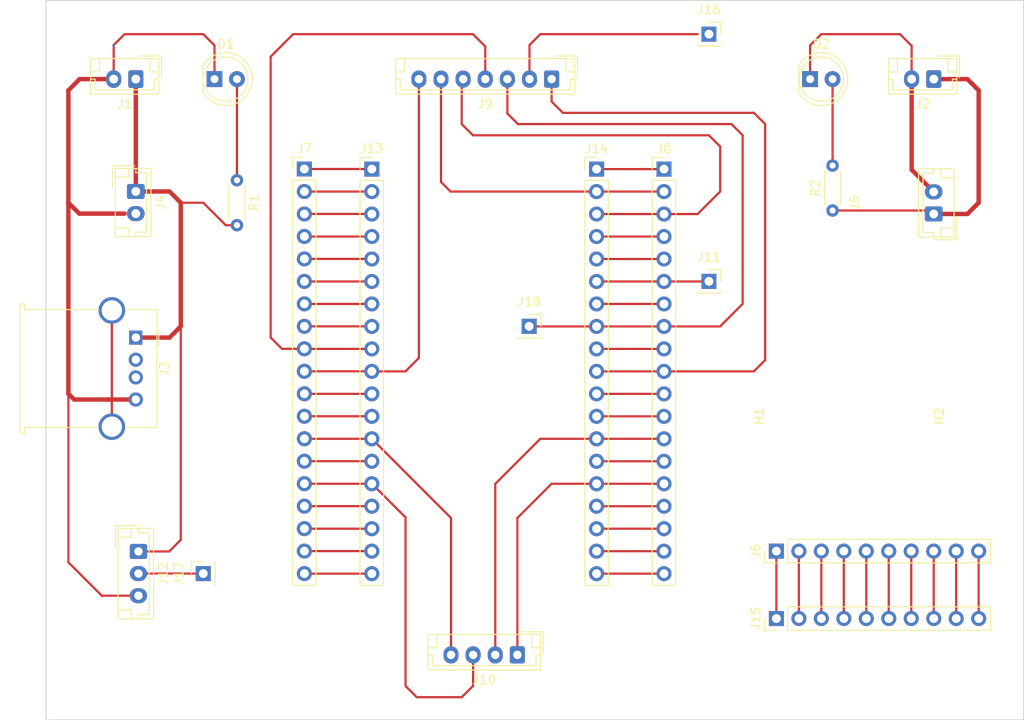
<source format=kicad_pcb>
(kicad_pcb (version 20211014) (generator pcbnew)
  (layers (0 "F.Cu" signal) (31 "B.Cu" signal) (34 "B.Paste" user) (35 "F.Paste" user) (36 "B.SilkS" user "B.Silkscreen") (37 "F.SilkS" user "F.Silkscreen") (38 "B.Mask" user) (39 "F.Mask" user) (44 "Edge.Cuts" user))
  (net 0 "")
  (net 1 "GND")
  (net 2 "Net-(D1-Pad2)")
  (net 3 "Net-(D2-Pad2)")
  (net 4 "+5V")
  (net 5 "+3V3")
  (net 6 "Net-(J15-Pad3)")
  (net 7 "Net-(J15-Pad4)")
  (net 10 "Net-(J15-Pad5)")
  (net 11 "Net-(J15-Pad6)")
  (net 12 "Net-(J15-Pad7)")
  (net 13 "Net-(J15-Pad8)")
  (net 14 "Net-(J15-Pad9)")
  (net 15 "Net-(J15-Pad10)")
  (net 16 "3V3")
  (net 17 "EN")
  (net 18 "GPIO36")
  (net 19 "GPIO39")
  (net 20 "GPIO34")
  (net 21 "GPIO35")
  (net 22 "GPIO32")
  (net 23 "GPIO33")
  (net 24 "GPIO25")
  (net 25 "GPIO26")
  (net 26 "GPIO27")
  (net 27 "GPIO14")
  (net 28 "GPIO12")
  (net 29 "GPIO13")
  (net 30 "GPIO9")
  (net 31 "GPIO10")
  (net 32 "GPIO11")
  (net 33 "5V")
  (net 34 "GPIO23")
  (net 35 "GPIO22")
  (net 36 "GPIO1")
  (net 37 "GPIO3")
  (net 38 "GPIO21")
  (net 39 "GPIO19")
  (net 40 "GPIO18")
  (net 41 "GPIO5")
  (net 42 "GPIO17")
  (net 43 "GPIO16")
  (net 44 "GPIO4")
  (net 45 "GPIO0")
  (net 46 "GPIO2")
  (net 47 "GPIO15")
  (net 48 "GPIO8")
  (net 49 "GPIO7")
  (net 50 "GPIO6")
  (net 51 "Net-(J15-Pad2)")
  (net 52 "Net-(J15-Pad1)")
  (net 53 "ESP GND")
  (footprint "Connector_PinHeader_2.54mm:PinHeader_1x19_P2.54mm_Vertical" (layer "F.Cu") (at 135.89 59.7)
    (fp_text reference "J13" (at 0 -2.33) (layer "F.SilkS"))
    (fp_text value "Conn_01x19_Female")
    (fp_line (start -1.33 -1.33) (end 0 -1.33) (layer "F.SilkS") (width 0.12))
    (fp_line (start 1.33 1.27) (end 1.33 47.05) (layer "F.SilkS") (width 0.12))
    (fp_line (start -1.33 47.05) (end 1.33 47.05) (layer "F.SilkS") (width 0.12))
    (fp_line (start -1.33 0) (end -1.33 -1.33) (layer "F.SilkS") (width 0.12))
    (fp_line (start -1.33 1.27) (end 1.33 1.27) (layer "F.SilkS") (width 0.12))
    (fp_line (start -1.33 1.27) (end -1.33 47.05) (layer "F.SilkS") (width 0.12))
    (pad "1" thru_hole rect (at 0 0) (size 1.7 1.7) (drill 1) (layers *.Cu *.Mask) (net 16 "3V3"))
    (pad "2" thru_hole oval (at 0 2.54) (size 1.7 1.7) (drill 1) (layers *.Cu *.Mask) (net 17 "EN"))
    (pad "3" thru_hole oval (at 0 5.08) (size 1.7 1.7) (drill 1) (layers *.Cu *.Mask) (net 18 "GPIO36"))
    (pad "4" thru_hole oval (at 0 7.62) (size 1.7 1.7) (drill 1) (layers *.Cu *.Mask) (net 19 "GPIO39"))
    (pad "5" thru_hole oval (at 0 10.16) (size 1.7 1.7) (drill 1) (layers *.Cu *.Mask) (net 20 "GPIO34"))
    (pad "6" thru_hole oval (at 0 12.7) (size 1.7 1.7) (drill 1) (layers *.Cu *.Mask) (net 21 "GPIO35"))
    (pad "7" thru_hole oval (at 0 15.24) (size 1.7 1.7) (drill 1) (layers *.Cu *.Mask) (net 22 "GPIO32"))
    (pad "8" thru_hole oval (at 0 17.78) (size 1.7 1.7) (drill 1) (layers *.Cu *.Mask) (net 23 "GPIO33"))
    (pad "9" thru_hole oval (at 0 20.32) (size 1.7 1.7) (drill 1) (layers *.Cu *.Mask) (net 24 "GPIO25"))
    (pad "10" thru_hole oval (at 0 22.86) (size 1.7 1.7) (drill 1) (layers *.Cu *.Mask) (net 25 "GPIO26"))
    (pad "11" thru_hole oval (at 0 25.4) (size 1.7 1.7) (drill 1) (layers *.Cu *.Mask) (net 26 "GPIO27"))
    (pad "12" thru_hole oval (at 0 27.94) (size 1.7 1.7) (drill 1) (layers *.Cu *.Mask) (net 27 "GPIO14"))
    (pad "13" thru_hole oval (at 0 30.48) (size 1.7 1.7) (drill 1) (layers *.Cu *.Mask) (net 28 "GPIO12"))
    (pad "14" thru_hole oval (at 0 33.02) (size 1.7 1.7) (drill 1) (layers *.Cu *.Mask) (net 53 "ESP GND"))
    (pad "15" thru_hole oval (at 0 35.56) (size 1.7 1.7) (drill 1) (layers *.Cu *.Mask) (net 29 "GPIO13"))
    (pad "16" thru_hole oval (at 0 38.1) (size 1.7 1.7) (drill 1) (layers *.Cu *.Mask) (net 30 "GPIO9"))
    (pad "17" thru_hole oval (at 0 40.64) (size 1.7 1.7) (drill 1) (layers *.Cu *.Mask) (net 31 "GPIO10"))
    (pad "18" thru_hole oval (at 0 43.18) (size 1.7 1.7) (drill 1) (layers *.Cu *.Mask) (net 32 "GPIO11"))
    (pad "19" thru_hole oval (at 0 45.72) (size 1.7 1.7) (drill 1) (layers *.Cu *.Mask) (net 33 "5V"))
  )
  (footprint "Connector_PinSocket_2.54mm:PinSocket_1x01_P2.54mm_Vertical" (layer "F.Cu") (at 173.99 44.45)
    (fp_text reference "J16" (at 0 -2.77) (layer "F.SilkS"))
    (fp_text value "Conn_01x01_Female")
    (fp_line (start 1.33 1.21) (end 1.33 1.33) (layer "F.SilkS") (width 0.12))
    (fp_line (start 1.33 -1.33) (end 1.33 0) (layer "F.SilkS") (width 0.12))
    (fp_line (start 0 -1.33) (end 1.33 -1.33) (layer "F.SilkS") (width 0.12))
    (fp_line (start -1.33 1.21) (end -1.33 1.33) (layer "F.SilkS") (width 0.12))
    (fp_line (start -1.33 1.33) (end 1.33 1.33) (layer "F.SilkS") (width 0.12))
    (pad "1" thru_hole rect (at 0 0) (size 1.7 1.7) (drill 1) (layers *.Cu *.Mask) (net 38 "GPIO21"))
  )
  (footprint "Connector_JST:JST_EH_B2B-EH-A_1x02_P2.50mm_Vertical" (layer "F.Cu") (at 109.22 62.23 -90)
    (fp_text reference "J4" (at 1.25 -2.8 90) (layer "F.SilkS"))
    (fp_text value "Conn_01x02")
    (fp_line (start -2.61 -1.71) (end -2.61 2.31) (layer "F.SilkS") (width 0.12))
    (fp_line (start 4.11 0.81) (end 4.11 2.31) (layer "F.SilkS") (width 0.12))
    (fp_line (start -2.61 0) (end -2.11 0) (layer "F.SilkS") (width 0.12))
    (fp_line (start -2.61 2.31) (end 5.11 2.31) (layer "F.SilkS") (width 0.12))
    (fp_line (start 4.61 -1.21) (end 4.61 0) (layer "F.SilkS") (width 0.12))
    (fp_line (start 5.11 0.81) (end 4.11 0.81) (layer "F.SilkS") (width 0.12))
    (fp_line (start -2.91 2.61) (end -0.41 2.61) (layer "F.SilkS") (width 0.12))
    (fp_line (start -2.11 0) (end -2.11 -1.21) (layer "F.SilkS") (width 0.12))
    (fp_line (start 4.61 0) (end 5.11 0) (layer "F.SilkS") (width 0.12))
    (fp_line (start -2.91 0.11) (end -2.91 2.61) (layer "F.SilkS") (width 0.12))
    (fp_line (start -2.11 -1.21) (end 4.61 -1.21) (layer "F.SilkS") (width 0.12))
    (fp_line (start -2.61 0.81) (end -1.61 0.81) (layer "F.SilkS") (width 0.12))
    (fp_line (start 5.11 2.31) (end 5.11 -1.71) (layer "F.SilkS") (width 0.12))
    (fp_line (start -1.61 0.81) (end -1.61 2.31) (layer "F.SilkS") (width 0.12))
    (fp_line (start 5.11 -1.71) (end -2.61 -1.71) (layer "F.SilkS") (width 0.12))
    (pad "1" thru_hole roundrect (at 0 0 270) (size 1.7 2) (drill 1) (layers *.Cu *.Mask) (roundrect_rratio 0.147059) (net 4 "+5V"))
    (pad "2" thru_hole oval (at 2.5 0 270) (size 1.7 2) (drill 1) (layers *.Cu *.Mask) (net 1 "GND"))
  )
  (footprint "Connector_PinHeader_2.54mm:PinHeader_1x10_P2.54mm_Vertical" (layer "F.Cu") (at 181.61 102.87 90)
    (fp_text reference "J6" (at 0 -2.33 90) (layer "F.SilkS"))
    (fp_text value "Conn_01x10_Female")
    (fp_line (start -1.33 1.27) (end -1.33 24.19) (layer "F.SilkS") (width 0.12))
    (fp_line (start 1.33 1.27) (end 1.33 24.19) (layer "F.SilkS") (width 0.12))
    (fp_line (start -1.33 24.19) (end 1.33 24.19) (layer "F.SilkS") (width 0.12))
    (fp_line (start -1.33 -1.33) (end 0 -1.33) (layer "F.SilkS") (width 0.12))
    (fp_line (start -1.33 0) (end -1.33 -1.33) (layer "F.SilkS") (width 0.12))
    (fp_line (start -1.33 1.27) (end 1.33 1.27) (layer "F.SilkS") (width 0.12))
    (pad "1" thru_hole rect (at 0 0 90) (size 1.7 1.7) (drill 1) (layers *.Cu *.Mask) (net 52 "Net-(J15-Pad1)"))
    (pad "2" thru_hole oval (at 0 2.54 90) (size 1.7 1.7) (drill 1) (layers *.Cu *.Mask) (net 51 "Net-(J15-Pad2)"))
    (pad "3" thru_hole oval (at 0 5.08 90) (size 1.7 1.7) (drill 1) (layers *.Cu *.Mask) (net 6 "Net-(J15-Pad3)"))
    (pad "4" thru_hole oval (at 0 7.62 90) (size 1.7 1.7) (drill 1) (layers *.Cu *.Mask) (net 7 "Net-(J15-Pad4)"))
    (pad "5" thru_hole oval (at 0 10.16 90) (size 1.7 1.7) (drill 1) (layers *.Cu *.Mask) (net 10 "Net-(J15-Pad5)"))
    (pad "6" thru_hole oval (at 0 12.7 90) (size 1.7 1.7) (drill 1) (layers *.Cu *.Mask) (net 11 "Net-(J15-Pad6)"))
    (pad "7" thru_hole oval (at 0 15.24 90) (size 1.7 1.7) (drill 1) (layers *.Cu *.Mask) (net 12 "Net-(J15-Pad7)"))
    (pad "8" thru_hole oval (at 0 17.78 90) (size 1.7 1.7) (drill 1) (layers *.Cu *.Mask) (net 13 "Net-(J15-Pad8)"))
    (pad "9" thru_hole oval (at 0 20.32 90) (size 1.7 1.7) (drill 1) (layers *.Cu *.Mask) (net 14 "Net-(J15-Pad9)"))
    (pad "10" thru_hole oval (at 0 22.86 90) (size 1.7 1.7) (drill 1) (layers *.Cu *.Mask) (net 15 "Net-(J15-Pad10)"))
  )
  (footprint "Connector_PinHeader_2.54mm:PinHeader_1x19_P2.54mm_Vertical" (layer "F.Cu") (at 168.91 59.7)
    (fp_text reference "J8" (at 0 -2.33) (layer "F.SilkS"))
    (fp_text value "Conn_01x19_Female")
    (fp_line (start -1.33 -1.33) (end 0 -1.33) (layer "F.SilkS") (width 0.12))
    (fp_line (start -1.33 47.05) (end 1.33 47.05) (layer "F.SilkS") (width 0.12))
    (fp_line (start -1.33 0) (end -1.33 -1.33) (layer "F.SilkS") (width 0.12))
    (fp_line (start -1.33 1.27) (end -1.33 47.05) (layer "F.SilkS") (width 0.12))
    (fp_line (start 1.33 1.27) (end 1.33 47.05) (layer "F.SilkS") (width 0.12))
    (fp_line (start -1.33 1.27) (end 1.33 1.27) (layer "F.SilkS") (width 0.12))
    (pad "1" thru_hole rect (at 0 0) (size 1.7 1.7) (drill 1) (layers *.Cu *.Mask) (net 53 "ESP GND"))
    (pad "2" thru_hole oval (at 0 2.54) (size 1.7 1.7) (drill 1) (layers *.Cu *.Mask) (net 34 "GPIO23"))
    (pad "3" thru_hole oval (at 0 5.08) (size 1.7 1.7) (drill 1) (layers *.Cu *.Mask) (net 35 "GPIO22"))
    (pad "4" thru_hole oval (at 0 7.62) (size 1.7 1.7) (drill 1) (layers *.Cu *.Mask) (net 36 "GPIO1"))
    (pad "5" thru_hole oval (at 0 10.16) (size 1.7 1.7) (drill 1) (layers *.Cu *.Mask) (net 37 "GPIO3"))
    (pad "6" thru_hole oval (at 0 12.7) (size 1.7 1.7) (drill 1) (layers *.Cu *.Mask) (net 38 "GPIO21"))
    (pad "7" thru_hole oval (at 0 15.24) (size 1.7 1.7) (drill 1) (layers *.Cu *.Mask) (net 53 "ESP GND"))
    (pad "8" thru_hole oval (at 0 17.78) (size 1.7 1.7) (drill 1) (layers *.Cu *.Mask) (net 39 "GPIO19"))
    (pad "9" thru_hole oval (at 0 20.32) (size 1.7 1.7) (drill 1) (layers *.Cu *.Mask) (net 40 "GPIO18"))
    (pad "10" thru_hole oval (at 0 22.86) (size 1.7 1.7) (drill 1) (layers *.Cu *.Mask) (net 41 "GPIO5"))
    (pad "11" thru_hole oval (at 0 25.4) (size 1.7 1.7) (drill 1) (layers *.Cu *.Mask) (net 42 "GPIO17"))
    (pad "12" thru_hole oval (at 0 27.94) (size 1.7 1.7) (drill 1) (layers *.Cu *.Mask) (net 43 "GPIO16"))
    (pad "13" thru_hole oval (at 0 30.48) (size 1.7 1.7) (drill 1) (layers *.Cu *.Mask) (net 44 "GPIO4"))
    (pad "14" thru_hole oval (at 0 33.02) (size 1.7 1.7) (drill 1) (layers *.Cu *.Mask) (net 45 "GPIO0"))
    (pad "15" thru_hole oval (at 0 35.56) (size 1.7 1.7) (drill 1) (layers *.Cu *.Mask) (net 46 "GPIO2"))
    (pad "16" thru_hole oval (at 0 38.1) (size 1.7 1.7) (drill 1) (layers *.Cu *.Mask) (net 47 "GPIO15"))
    (pad "17" thru_hole oval (at 0 40.64) (size 1.7 1.7) (drill 1) (layers *.Cu *.Mask) (net 48 "GPIO8"))
    (pad "18" thru_hole oval (at 0 43.18) (size 1.7 1.7) (drill 1) (layers *.Cu *.Mask) (net 49 "GPIO7"))
    (pad "19" thru_hole oval (at 0 45.72) (size 1.7 1.7) (drill 1) (layers *.Cu *.Mask) (net 50 "GPIO6"))
  )
  (footprint "Connector_USB:USB_A_Molex_67643_Horizontal" (layer "F.Cu") (at 109.22 78.74 -90)
    (fp_text reference "J3" (at 3.5 -3.19 90) (layer "F.SilkS"))
    (fp_text value "USB_A")
    (fp_line (start -3.81 12.58) (end -3.81 13.1) (layer "F.SilkS") (width 0.12))
    (fp_line (start 10.81 12.58) (end 10.16 12.58) (layer "F.SilkS") (width 0.12))
    (fp_line (start 10.81 13.1) (end 10.81 12.58) (layer "F.SilkS") (width 0.12))
    (fp_line (start -3.16 12.58) (end -3.16 4.47) (layer "F.SilkS") (width 0.12))
    (fp_line (start 10.16 -2.38) (end 10.16 0.95) (layer "F.SilkS") (width 0.12))
    (fp_line (start 10.16 4.47) (end 10.16 12.58) (layer "F.SilkS") (width 0.12))
    (fp_line (start -3.16 -2.38) (end -3.16 0.95) (layer "F.SilkS") (width 0.12))
    (fp_line (start -3.16 -2.38) (end 10.16 -2.38) (layer "F.SilkS") (width 0.12))
    (fp_line (start -0.9 -2.6) (end 0.9 -2.6) (layer "F.SilkS") (width 0.12))
    (fp_line (start -3.81 13.1) (end 10.81 13.1) (layer "F.SilkS") (width 0.12))
    (fp_line (start -3.16 12.58) (end -3.81 12.58) (layer "F.SilkS") (width 0.12))
    (pad "1" thru_hole rect (at 0 0 270) (size 1.6 1.5) (drill 0.95) (layers *.Cu *.Mask) (net 4 "+5V"))
    (pad "2" thru_hole circle (at 2.5 0 270) (size 1.6 1.6) (drill 0.95) (layers *.Cu *.Mask))
    (pad "3" thru_hole circle (at 4.5 0 270) (size 1.6 1.6) (drill 0.95) (layers *.Cu *.Mask))
    (pad "4" thru_hole circle (at 7 0 270) (size 1.6 1.6) (drill 0.95) (layers *.Cu *.Mask) (net 1 "GND"))
    (pad "5" thru_hole circle (at 10.07 2.71 270) (size 3 3) (drill 2.3) (layers *.Cu *.Mask) (net 1 "GND"))
    (pad "5" thru_hole circle (at -3.07 2.71 270) (size 3 3) (drill 2.3) (layers *.Cu *.Mask) (net 1 "GND"))
  )
  (footprint "Connector_JST:JST_EH_B2B-EH-A_1x02_P2.50mm_Vertical" (layer "F.Cu") (at 199.395 49.53 180)
    (fp_text reference "J2" (at 1.25 -2.8) (layer "F.SilkS"))
    (fp_text value "Conn_01x02")
    (fp_line (start -2.61 2.31) (end 5.11 2.31) (layer "F.SilkS") (width 0.12))
    (fp_line (start -2.91 0.11) (end -2.91 2.61) (layer "F.SilkS") (width 0.12))
    (fp_line (start -2.11 -1.21) (end 4.61 -1.21) (layer "F.SilkS") (width 0.12))
    (fp_line (start -2.61 0.81) (end -1.61 0.81) (layer "F.SilkS") (width 0.12))
    (fp_line (start -2.61 -1.71) (end -2.61 2.31) (layer "F.SilkS") (width 0.12))
    (fp_line (start 4.61 -1.21) (end 4.61 0) (layer "F.SilkS") (width 0.12))
    (fp_line (start -2.91 2.61) (end -0.41 2.61) (layer "F.SilkS") (width 0.12))
    (fp_line (start -1.61 0.81) (end -1.61 2.31) (layer "F.SilkS") (width 0.12))
    (fp_line (start 4.61 0) (end 5.11 0) (layer "F.SilkS") (width 0.12))
    (fp_line (start -2.61 0) (end -2.11 0) (layer "F.SilkS") (width 0.12))
    (fp_line (start -2.11 0) (end -2.11 -1.21) (layer "F.SilkS") (width 0.12))
    (fp_line (start 4.11 0.81) (end 4.11 2.31) (layer "F.SilkS") (width 0.12))
    (fp_line (start 5.11 -1.71) (end -2.61 -1.71) (layer "F.SilkS") (width 0.12))
    (fp_line (start 5.11 0.81) (end 4.11 0.81) (layer "F.SilkS") (width 0.12))
    (fp_line (start 5.11 2.31) (end 5.11 -1.71) (layer "F.SilkS") (width 0.12))
    (pad "1" thru_hole roundrect (at 0 0 180) (size 1.7 2) (drill 1) (layers *.Cu *.Mask) (roundrect_rratio 0.147059) (net 5 "+3V3"))
    (pad "2" thru_hole oval (at 2.5 0 180) (size 1.7 2) (drill 1) (layers *.Cu *.Mask) (net 1 "GND"))
  )
  (footprint "Connector_JST:JST_EH_B3B-EH-A_1x03_P2.50mm_Vertical" (layer "F.Cu") (at 109.52 102.91 -90)
    (fp_text reference "J12" (at 2.5 -2.8 90) (layer "F.SilkS"))
    (fp_text value "Conn_01x03")
    (fp_line (start -2.61 2.31) (end 7.61 2.31) (layer "F.SilkS") (width 0.12))
    (fp_line (start 7.61 -1.71) (end -2.61 -1.71) (layer "F.SilkS") (width 0.12))
    (fp_line (start -2.11 -1.21) (end 7.11 -1.21) (layer "F.SilkS") (width 0.12))
    (fp_line (start -2.61 -1.71) (end -2.61 2.31) (layer "F.SilkS") (width 0.12))
    (fp_line (start -2.61 0.81) (end -1.61 0.81) (layer "F.SilkS") (width 0.12))
    (fp_line (start -1.61 0.81) (end -1.61 2.31) (layer "F.SilkS") (width 0.12))
    (fp_line (start 7.11 0) (end 7.61 0) (layer "F.SilkS") (width 0.12))
    (fp_line (start 7.61 2.31) (end 7.61 -1.71) (layer "F.SilkS") (width 0.12))
    (fp_line (start -2.11 0) (end -2.11 -1.21) (layer "F.SilkS") (width 0.12))
    (fp_line (start -2.91 0.11) (end -2.91 2.61) (layer "F.SilkS") (width 0.12))
    (fp_line (start 7.61 0.81) (end 6.61 0.81) (layer "F.SilkS") (width 0.12))
    (fp_line (start -2.61 0) (end -2.11 0) (layer "F.SilkS") (width 0.12))
    (fp_line (start 7.11 -1.21) (end 7.11 0) (layer "F.SilkS") (width 0.12))
    (fp_line (start 6.61 0.81) (end 6.61 2.31) (layer "F.SilkS") (width 0.12))
    (fp_line (start -2.91 2.61) (end -0.41 2.61) (layer "F.SilkS") (width 0.12))
    (pad "1" thru_hole roundrect (at 0 0 270) (size 1.7 1.95) (drill 0.95) (layers *.Cu *.Mask) (roundrect_rratio 0.147059) (net 4 "+5V"))
    (pad "2" thru_hole oval (at 2.5 0 270) (size 1.7 1.95) (drill 0.95) (layers *.Cu *.Mask) (net 39 "GPIO19"))
    (pad "3" thru_hole oval (at 5 0 270) (size 1.7 1.95) (drill 0.95) (layers *.Cu *.Mask) (net 1 "GND"))
  )
  (footprint "Connector_PinSocket_2.54mm:PinSocket_1x01_P2.54mm_Vertical" (layer "F.Cu") (at 153.67 77.47)
    (fp_text reference "J18" (at 0 -2.77) (layer "F.SilkS"))
    (fp_text value "Conn_01x01_Female")
    (fp_line (start 1.33 1.21) (end 1.33 1.33) (layer "F.SilkS") (width 0.12))
    (fp_line (start 1.33 -1.33) (end 1.33 0) (layer "F.SilkS") (width 0.12))
    (fp_line (start -1.33 1.33) (end 1.33 1.33) (layer "F.SilkS") (width 0.12))
    (fp_line (start -1.33 1.21) (end -1.33 1.33) (layer "F.SilkS") (width 0.12))
    (fp_line (start 0 -1.33) (end 1.33 -1.33) (layer "F.SilkS") (width 0.12))
    (pad "1" thru_hole rect (at 0 0) (size 1.7 1.7) (drill 1) (layers *.Cu *.Mask) (net 39 "GPIO19"))
  )
  (footprint "LED_THT:LED_D5.0mm" (layer "F.Cu") (at 118.11 49.53)
    (fp_text reference "D1" (at 1.27 -3.96) (layer "F.SilkS"))
    (fp_text value "LED")
    (fp_line (start -1.29 -1.545) (end -1.29 1.545) (layer "F.SilkS") (width 0.12))
    (fp_arc (start -1.29 -1.54483) (mid 2.072002 -2.880433) (end 4.26 0.000462) (layer "F.SilkS") (width 0.12))
    (fp_arc (start 4.26 -0.000462) (mid 2.072002 2.880433) (end -1.29 1.54483) (layer "F.SilkS") (width 0.12))
    (fp_circle (center 1.27 0) (end 3.77 0) (layer "F.SilkS") (width 0.12) (fill none))
    (pad "1" thru_hole rect (at 0 0) (size 1.8 1.8) (drill 0.9) (layers *.Cu *.Mask) (net 1 "GND"))
    (pad "2" thru_hole circle (at 2.54 0) (size 1.8 1.8) (drill 0.9) (layers *.Cu *.Mask) (net 2 "Net-(D1-Pad2)"))
  )
  (footprint "MountingHole:MountingHole_2.1mm" (layer "F.Cu") (at 182.88 87.63 90)
    (fp_text reference "H1" (at 0 -3.2 90) (layer "F.SilkS"))
    (fp_text value "MountingHole")
    (pad "" np_thru_hole circle (at 0 0 90) (size 2.1 2.1) (drill 2.1) (layers *.Cu *.Mask))
  )
  (footprint "Connector_JST:JST_EH_B2B-EH-A_1x02_P2.50mm_Vertical" (layer "F.Cu") (at 109.22 49.53 180)
    (fp_text reference "J1" (at 1.25 -2.8) (layer "F.SilkS"))
    (fp_text value "Conn_01x02")
    (fp_line (start 4.61 0) (end 5.11 0) (layer "F.SilkS") (width 0.12))
    (fp_line (start -2.61 -1.71) (end -2.61 2.31) (layer "F.SilkS") (width 0.12))
    (fp_line (start 5.11 0.81) (end 4.11 0.81) (layer "F.SilkS") (width 0.12))
    (fp_line (start 4.11 0.81) (end 4.11 2.31) (layer "F.SilkS") (width 0.12))
    (fp_line (start -2.91 0.11) (end -2.91 2.61) (layer "F.SilkS") (width 0.12))
    (fp_line (start -2.11 -1.21) (end 4.61 -1.21) (layer "F.SilkS") (width 0.12))
    (fp_line (start 4.61 -1.21) (end 4.61 0) (layer "F.SilkS") (width 0.12))
    (fp_line (start 5.11 2.31) (end 5.11 -1.71) (layer "F.SilkS") (width 0.12))
    (fp_line (start -2.91 2.61) (end -0.41 2.61) (layer "F.SilkS") (width 0.12))
    (fp_line (start 5.11 -1.71) (end -2.61 -1.71) (layer "F.SilkS") (width 0.12))
    (fp_line (start -1.61 0.81) (end -1.61 2.31) (layer "F.SilkS") (width 0.12))
    (fp_line (start -2.61 0.81) (end -1.61 0.81) (layer "F.SilkS") (width 0.12))
    (fp_line (start -2.11 0) (end -2.11 -1.21) (layer "F.SilkS") (width 0.12))
    (fp_line (start -2.61 2.31) (end 5.11 2.31) (layer "F.SilkS") (width 0.12))
    (fp_line (start -2.61 0) (end -2.11 0) (layer "F.SilkS") (width 0.12))
    (pad "1" thru_hole roundrect (at 0 0 180) (size 1.7 2) (drill 1) (layers *.Cu *.Mask) (roundrect_rratio 0.147059) (net 4 "+5V"))
    (pad "2" thru_hole oval (at 2.5 0 180) (size 1.7 2) (drill 1) (layers *.Cu *.Mask) (net 1 "GND"))
  )
  (footprint "LED_THT:LED_D5.0mm" (layer "F.Cu") (at 185.42 49.53)
    (fp_text reference "D2" (at 1.27 -3.96) (layer "F.SilkS"))
    (fp_text value "LED")
    (fp_line (start -1.29 -1.545) (end -1.29 1.545) (layer "F.SilkS") (width 0.12))
    (fp_arc (start -1.29 -1.54483) (mid 2.072002 -2.880433) (end 4.26 0.000462) (layer "F.SilkS") (width 0.12))
    (fp_arc (start 4.26 -0.000462) (mid 2.072002 2.880433) (end -1.29 1.54483) (layer "F.SilkS") (width 0.12))
    (fp_circle (center 1.27 0) (end 3.77 0) (layer "F.SilkS") (width 0.12) (fill none))
    (pad "1" thru_hole rect (at 0 0) (size 1.8 1.8) (drill 0.9) (layers *.Cu *.Mask) (net 1 "GND"))
    (pad "2" thru_hole circle (at 2.54 0) (size 1.8 1.8) (drill 0.9) (layers *.Cu *.Mask) (net 3 "Net-(D2-Pad2)"))
  )
  (footprint "Resistor_THT:R_Axial_DIN0204_L3.6mm_D1.6mm_P5.08mm_Horizontal" (layer "F.Cu") (at 187.96 64.38 90)
    (fp_text reference "R2" (at 2.54 -1.92 90) (layer "F.SilkS"))
    (fp_text value "220E")
    (fp_line (start 0.62 -0.92) (end 4.46 -0.92) (layer "F.SilkS") (width 0.12))
    (fp_line (start 0.62 0.92) (end 4.46 0.92) (layer "F.SilkS") (width 0.12))
    (pad "1" thru_hole circle (at 0 0 90) (size 1.4 1.4) (drill 0.7) (layers *.Cu *.Mask) (net 5 "+3V3"))
    (pad "2" thru_hole oval (at 5.08 0 90) (size 1.4 1.4) (drill 0.7) (layers *.Cu *.Mask) (net 3 "Net-(D2-Pad2)"))
  )
  (footprint "Connector_PinHeader_2.54mm:PinHeader_1x10_P2.54mm_Vertical" (layer "F.Cu") (at 181.615 110.49 90)
    (fp_text reference "J15" (at 0 -2.33 90) (layer "F.SilkS"))
    (fp_text value "Conn_01x10_Female")
    (fp_line (start -1.33 -1.33) (end 0 -1.33) (layer "F.SilkS") (width 0.12))
    (fp_line (start -1.33 1.27) (end -1.33 24.19) (layer "F.SilkS") (width 0.12))
    (fp_line (start -1.33 24.19) (end 1.33 24.19) (layer "F.SilkS") (width 0.12))
    (fp_line (start 1.33 1.27) (end 1.33 24.19) (layer "F.SilkS") (width 0.12))
    (fp_line (start -1.33 0) (end -1.33 -1.33) (layer "F.SilkS") (width 0.12))
    (fp_line (start -1.33 1.27) (end 1.33 1.27) (layer "F.SilkS") (width 0.12))
    (pad "1" thru_hole rect (at 0 0 90) (size 1.7 1.7) (drill 1) (layers *.Cu *.Mask) (net 52 "Net-(J15-Pad1)"))
    (pad "2" thru_hole oval (at 0 2.54 90) (size 1.7 1.7) (drill 1) (layers *.Cu *.Mask) (net 51 "Net-(J15-Pad2)"))
    (pad "3" thru_hole oval (at 0 5.08 90) (size 1.7 1.7) (drill 1) (layers *.Cu *.Mask) (net 6 "Net-(J15-Pad3)"))
    (pad "4" thru_hole oval (at 0 7.62 90) (size 1.7 1.7) (drill 1) (layers *.Cu *.Mask) (net 7 "Net-(J15-Pad4)"))
    (pad "5" thru_hole oval (at 0 10.16 90) (size 1.7 1.7) (drill 1) (layers *.Cu *.Mask) (net 10 "Net-(J15-Pad5)"))
    (pad "6" thru_hole oval (at 0 12.7 90) (size 1.7 1.7) (drill 1) (layers *.Cu *.Mask) (net 11 "Net-(J15-Pad6)"))
    (pad "7" thru_hole oval (at 0 15.24 90) (size 1.7 1.7) (drill 1) (layers *.Cu *.Mask) (net 12 "Net-(J15-Pad7)"))
    (pad "8" thru_hole oval (at 0 17.78 90) (size 1.7 1.7) (drill 1) (layers *.Cu *.Mask) (net 13 "Net-(J15-Pad8)"))
    (pad "9" thru_hole oval (at 0 20.32 90) (size 1.7 1.7) (drill 1) (layers *.Cu *.Mask) (net 14 "Net-(J15-Pad9)"))
    (pad "10" thru_hole oval (at 0 22.86 90) (size 1.7 1.7) (drill 1) (layers *.Cu *.Mask) (net 15 "Net-(J15-Pad10)"))
  )
  (footprint "Connector_PinSocket_2.54mm:PinSocket_1x01_P2.54mm_Vertical" (layer "F.Cu") (at 116.84 105.41 90)
    (fp_text reference "J17" (at 0 -2.77 90) (layer "F.SilkS"))
    (fp_text value "Conn_01x01_Female")
    (fp_line (start -1.33 1.33) (end 1.33 1.33) (layer "F.SilkS") (width 0.12))
    (fp_line (start -1.33 1.21) (end -1.33 1.33) (layer "F.SilkS") (width 0.12))
    (fp_line (start 0 -1.33) (end 1.33 -1.33) (layer "F.SilkS") (width 0.12))
    (fp_line (start 1.33 1.21) (end 1.33 1.33) (layer "F.SilkS") (width 0.12))
    (fp_line (start 1.33 -1.33) (end 1.33 0) (layer "F.SilkS") (width 0.12))
    (pad "1" thru_hole rect (at 0 0 90) (size 1.7 1.7) (drill 1) (layers *.Cu *.Mask) (net 39 "GPIO19"))
  )
  (footprint "MountingHole:MountingHole_2.1mm" (layer "F.Cu") (at 203.2 87.63 90)
    (fp_text reference "H2" (at 0 -3.2 90) (layer "F.SilkS"))
    (fp_text value "MountingHole")
    (pad "" np_thru_hole circle (at 0 0 90) (size 2.1 2.1) (drill 2.1) (layers *.Cu *.Mask))
  )
  (footprint "Connector_PinSocket_2.54mm:PinSocket_1x01_P2.54mm_Vertical" (layer "F.Cu") (at 173.99 72.39)
    (fp_text reference "J11" (at 0 -2.77) (layer "F.SilkS"))
    (fp_text value "Conn_01x01_Female")
    (fp_line (start -1.33 1.21) (end -1.33 1.33) (layer "F.SilkS") (width 0.12))
    (fp_line (start 1.33 1.21) (end 1.33 1.33) (layer "F.SilkS") (width 0.12))
    (fp_line (start 1.33 -1.33) (end 1.33 0) (layer "F.SilkS") (width 0.12))
    (fp_line (start -1.33 1.33) (end 1.33 1.33) (layer "F.SilkS") (width 0.12))
    (fp_line (start 0 -1.33) (end 1.33 -1.33) (layer "F.SilkS") (width 0.12))
    (pad "1" thru_hole rect (at 0 0) (size 1.7 1.7) (drill 1) (layers *.Cu *.Mask) (net 38 "GPIO21"))
  )
  (footprint "Connector_JST:JST_EH_B7B-EH-A_1x07_P2.50mm_Vertical" (layer "F.Cu") (at 156.21 49.53 180)
    (fp_text reference "J9" (at 7.5 -2.8) (layer "F.SilkS"))
    (fp_text value "Conn_01x07")
    (fp_line (start -2.11 -1.21) (end 17.11 -1.21) (layer "F.SilkS") (width 0.12))
    (fp_line (start 17.11 -1.21) (end 17.11 0) (layer "F.SilkS") (width 0.12))
    (fp_line (start 17.61 -1.71) (end -2.61 -1.71) (layer "F.SilkS") (width 0.12))
    (fp_line (start -2.61 0.81) (end -1.61 0.81) (layer "F.SilkS") (width 0.12))
    (fp_line (start 16.61 0.81) (end 16.61 2.31) (layer "F.SilkS") (width 0.12))
    (fp_line (start -2.61 0) (end -2.11 0) (layer "F.SilkS") (width 0.12))
    (fp_line (start 17.11 0) (end 17.61 0) (layer "F.SilkS") (width 0.12))
    (fp_line (start 17.61 0.81) (end 16.61 0.81) (layer "F.SilkS") (width 0.12))
    (fp_line (start 17.61 2.31) (end 17.61 -1.71) (layer "F.SilkS") (width 0.12))
    (fp_line (start -2.91 2.61) (end -0.41 2.61) (layer "F.SilkS") (width 0.12))
    (fp_line (start -2.11 0) (end -2.11 -1.21) (layer "F.SilkS") (width 0.12))
    (fp_line (start -1.61 0.81) (end -1.61 2.31) (layer "F.SilkS") (width 0.12))
    (fp_line (start -2.61 -1.71) (end -2.61 2.31) (layer "F.SilkS") (width 0.12))
    (fp_line (start -2.91 0.11) (end -2.91 2.61) (layer "F.SilkS") (width 0.12))
    (fp_line (start -2.61 2.31) (end 17.61 2.31) (layer "F.SilkS") (width 0.12))
    (pad "1" thru_hole roundrect (at 0 0 180) (size 1.7 1.95) (drill 0.95) (layers *.Cu *.Mask) (roundrect_rratio 0.147059) (net 41 "GPIO5"))
    (pad "2" thru_hole oval (at 2.5 0 180) (size 1.7 1.95) (drill 0.95) (layers *.Cu *.Mask) (net 38 "GPIO21"))
    (pad "3" thru_hole oval (at 5 0 180) (size 1.7 1.95) (drill 0.95) (layers *.Cu *.Mask) (net 39 "GPIO19"))
    (pad "4" thru_hole oval (at 7.5 0 180) (size 1.7 1.95) (drill 0.95) (layers *.Cu *.Mask) (net 24 "GPIO25"))
    (pad "5" thru_hole oval (at 10 0 180) (size 1.7 1.95) (drill 0.95) (layers *.Cu *.Mask) (net 35 "GPIO22"))
    (pad "6" thru_hole oval (at 12.5 0 180) (size 1.7 1.95) (drill 0.95) (layers *.Cu *.Mask) (net 34 "GPIO23"))
    (pad "7" thru_hole oval (at 15 0 180) (size 1.7 1.95) (drill 0.95) (layers *.Cu *.Mask) (net 25 "GPIO26"))
  )
  (footprint "Connector_PinHeader_2.54mm:PinHeader_1x19_P2.54mm_Vertical" (layer "F.Cu") (at 128.27 59.69)
    (fp_text reference "J7" (at 0 -2.33) (layer "F.SilkS"))
    (fp_text value "Conn_01x19_Female")
    (fp_line (start -1.33 47.05) (end 1.33 47.05) (layer "F.SilkS") (width 0.12))
    (fp_line (start -1.33 0) (end -1.33 -1.33) (layer "F.SilkS") (width 0.12))
    (fp_line (start -1.33 1.27) (end 1.33 1.27) (layer "F.SilkS") (width 0.12))
    (fp_line (start -1.33 -1.33) (end 0 -1.33) (layer "F.SilkS") (width 0.12))
    (fp_line (start -1.33 1.27) (end -1.33 47.05) (layer "F.SilkS") (width 0.12))
    (fp_line (start 1.33 1.27) (end 1.33 47.05) (layer "F.SilkS") (width 0.12))
    (pad "1" thru_hole rect (at 0 0) (size 1.7 1.7) (drill 1) (layers *.Cu *.Mask) (net 16 "3V3"))
    (pad "2" thru_hole oval (at 0 2.54) (size 1.7 1.7) (drill 1) (layers *.Cu *.Mask) (net 17 "EN"))
    (pad "3" thru_hole oval (at 0 5.08) (size 1.7 1.7) (drill 1) (layers *.Cu *.Mask) (net 18 "GPIO36"))
    (pad "4" thru_hole oval (at 0 7.62) (size 1.7 1.7) (drill 1) (layers *.Cu *.Mask) (net 19 "GPIO39"))
    (pad "5" thru_hole oval (at 0 10.16) (size 1.7 1.7) (drill 1) (layers *.Cu *.Mask) (net 20 "GPIO34"))
    (pad "6" thru_hole oval (at 0 12.7) (size 1.7 1.7) (drill 1) (layers *.Cu *.Mask) (net 21 "GPIO35"))
    (pad "7" thru_hole oval (at 0 15.24) (size 1.7 1.7) (drill 1) (layers *.Cu *.Mask) (net 22 "GPIO32"))
    (pad "8" thru_hole oval (at 0 17.78) (size 1.7 1.7) (drill 1) (layers *.Cu *.Mask) (net 23 "GPIO33"))
    (pad "9" thru_hole oval (at 0 20.32) (size 1.7 1.7) (drill 1) (layers *.Cu *.Mask) (net 24 "GPIO25"))
    (pad "10" thru_hole oval (at 0 22.86) (size 1.7 1.7) (drill 1) (layers *.Cu *.Mask) (net 25 "GPIO26"))
    (pad "11" thru_hole oval (at 0 25.4) (size 1.7 1.7) (drill 1) (layers *.Cu *.Mask) (net 26 "GPIO27"))
    (pad "12" thru_hole oval (at 0 27.94) (size 1.7 1.7) (drill 1) (layers *.Cu *.Mask) (net 27 "GPIO14"))
    (pad "13" thru_hole oval (at 0 30.48) (size 1.7 1.7) (drill 1) (layers *.Cu *.Mask) (net 28 "GPIO12"))
    (pad "14" thru_hole oval (at 0 33.02) (size 1.7 1.7) (drill 1) (layers *.Cu *.Mask) (net 53 "ESP GND"))
    (pad "15" thru_hole oval (at 0 35.56) (size 1.7 1.7) (drill 1) (layers *.Cu *.Mask) (net 29 "GPIO13"))
    (pad "16" thru_hole oval (at 0 38.1) (size 1.7 1.7) (drill 1) (layers *.Cu *.Mask) (net 30 "GPIO9"))
    (pad "17" thru_hole oval (at 0 40.64) (size 1.7 1.7) (drill 1) (layers *.Cu *.Mask) (net 31 "GPIO10"))
    (pad "18" thru_hole oval (at 0 43.18) (size 1.7 1.7) (drill 1) (layers *.Cu *.Mask) (net 32 "GPIO11"))
    (pad "19" thru_hole oval (at 0 45.72) (size 1.7 1.7) (drill 1) (layers *.Cu *.Mask) (net 33 "5V"))
  )
  (footprint "Resistor_THT:R_Axial_DIN0204_L3.6mm_D1.6mm_P5.08mm_Horizontal" (layer "F.Cu") (at 120.65 60.96 -90)
    (fp_text reference "R1" (at 2.54 -1.92 90) (layer "F.SilkS"))
    (fp_text value "220E")
    (fp_line (start 0.62 0.92) (end 4.46 0.92) (layer "F.SilkS") (width 0.12))
    (fp_line (start 0.62 -0.92) (end 4.46 -0.92) (layer "F.SilkS") (width 0.12))
    (pad "1" thru_hole circle (at 0 0 270) (size 1.4 1.4) (drill 0.7) (layers *.Cu *.Mask) (net 2 "Net-(D1-Pad2)"))
    (pad "2" thru_hole oval (at 5.08 0 270) (size 1.4 1.4) (drill 0.7) (layers *.Cu *.Mask) (net 4 "+5V"))
  )
  (footprint "Connector_JST:JST_EH_B2B-EH-A_1x02_P2.50mm_Vertical" (layer "F.Cu") (at 199.39 64.77 90)
    (fp_text reference "J5" (at 1.27 -8.89 90) (layer "F.SilkS"))
    (fp_text value "Conn_01x02")
    (fp_line (start 5.11 -1.71) (end -2.61 -1.71) (layer "F.SilkS") (width 0.12))
    (fp_line (start -2.61 0) (end -2.11 0) (layer "F.SilkS") (width 0.12))
    (fp_line (start 4.11 0.81) (end 4.11 2.31) (layer "F.SilkS") (width 0.12))
    (fp_line (start 4.61 0) (end 5.11 0) (layer "F.SilkS") (width 0.12))
    (fp_line (start 5.11 0.81) (end 4.11 0.81) (layer "F.SilkS") (width 0.12))
    (fp_line (start -2.11 -1.21) (end 4.61 -1.21) (layer "F.SilkS") (width 0.12))
    (fp_line (start -2.11 0) (end -2.11 -1.21) (layer "F.SilkS") (width 0.12))
    (fp_line (start 5.11 2.31) (end 5.11 -1.71) (layer "F.SilkS") (width 0.12))
    (fp_line (start -2.61 2.31) (end 5.11 2.31) (layer "F.SilkS") (width 0.12))
    (fp_line (start -1.61 0.81) (end -1.61 2.31) (layer "F.SilkS") (width 0.12))
    (fp_line (start 4.61 -1.21) (end 4.61 0) (layer "F.SilkS") (width 0.12))
    (fp_line (start -2.91 2.61) (end -0.41 2.61) (layer "F.SilkS") (width 0.12))
    (fp_line (start -2.61 -1.71) (end -2.61 2.31) (layer "F.SilkS") (width 0.12))
    (fp_line (start -2.91 0.11) (end -2.91 2.61) (layer "F.SilkS") (width 0.12))
    (fp_line (start -2.61 0.81) (end -1.61 0.81) (layer "F.SilkS") (width 0.12))
    (pad "1" thru_hole roundrect (at 0 0 90) (size 1.7 2) (drill 1) (layers *.Cu *.Mask) (roundrect_rratio 0.147059) (net 5 "+3V3"))
    (pad "2" thru_hole oval (at 2.5 0 90) (size 1.7 2) (drill 1) (layers *.Cu *.Mask) (net 1 "GND"))
  )
  (footprint "Connector_PinHeader_2.54mm:PinHeader_1x19_P2.54mm_Vertical" (layer "F.Cu") (at 161.29 59.7)
    (fp_text reference "J14" (at 0 -2.33) (layer "F.SilkS"))
    (fp_text value "Conn_01x19_Female")
    (fp_line (start -1.33 1.27) (end -1.33 47.05) (layer "F.SilkS") (width 0.12))
    (fp_line (start 1.33 1.27) (end 1.33 47.05) (layer "F.SilkS") (width 0.12))
    (fp_line (start -1.33 -1.33) (end 0 -1.33) (layer "F.SilkS") (width 0.12))
    (fp_line (start -1.33 47.05) (end 1.33 47.05) (layer "F.SilkS") (width 0.12))
    (fp_line (start -1.33 1.27) (end 1.33 1.27) (layer "F.SilkS") (width 0.12))
    (fp_line (start -1.33 0) (end -1.33 -1.33) (layer "F.SilkS") (width 0.12))
    (pad "1" thru_hole rect (at 0 0) (size 1.7 1.7) (drill 1) (layers *.Cu *.Mask) (net 53 "ESP GND"))
    (pad "2" thru_hole oval (at 0 2.54) (size 1.7 1.7) (drill 1) (layers *.Cu *.Mask) (net 34 "GPIO23"))
    (pad "3" thru_hole oval (at 0 5.08) (size 1.7 1.7) (drill 1) (layers *.Cu *.Mask) (net 35 "GPIO22"))
    (pad "4" thru_hole oval (at 0 7.62) (size 1.7 1.7) (drill 1) (layers *.Cu *.Mask) (net 36 "GPIO1"))
    (pad "5" thru_hole oval (at 0 10.16) (size 1.7 1.7) (drill 1) (layers *.Cu *.Mask) (net 37 "GPIO3"))
    (pad "6" thru_hole oval (at 0 12.7) (size 1.7 1.7) (drill 1) (layers *.Cu *.Mask) (net 38 "GPIO21"))
    (pad "7" thru_hole oval (at 0 15.24) (size 1.7 1.7) (drill 1) (layers *.Cu *.Mask) (net 53 "ESP GND"))
    (pad "8" thru_hole oval (at 0 17.78) (size 1.7 1.7) (drill 1) (layers *.Cu *.Mask) (net 39 "GPIO19"))
    (pad "9" thru_hole oval (at 0 20.32) (size 1.7 1.7) (drill 1) (layers *.Cu *.Mask) (net 40 "GPIO18"))
    (pad "10" thru_hole oval (at 0 22.86) (size 1.7 1.7) (drill 1) (layers *.Cu *.Mask) (net 41 "GPIO5"))
    (pad "11" thru_hole oval (at 0 25.4) (size 1.7 1.7) (drill 1) (layers *.Cu *.Mask) (net 42 "GPIO17"))
    (pad "12" thru_hole oval (at 0 27.94) (size 1.7 1.7) (drill 1) (layers *.Cu *.Mask) (net 43 "GPIO16"))
    (pad "13" thru_hole oval (at 0 30.48) (size 1.7 1.7) (drill 1) (layers *.Cu *.Mask) (net 44 "GPIO4"))
    (pad "14" thru_hole oval (at 0 33.02) (size 1.7 1.7) (drill 1) (layers *.Cu *.Mask) (net 45 "GPIO0"))
    (pad "15" thru_hole oval (at 0 35.56) (size 1.7 1.7) (drill 1) (layers *.Cu *.Mask) (net 46 "GPIO2"))
    (pad "16" thru_hole oval (at 0 38.1) (size 1.7 1.7) (drill 1) (layers *.Cu *.Mask) (net 47 "GPIO15"))
    (pad "17" thru_hole oval (at 0 40.64) (size 1.7 1.7) (drill 1) (layers *.Cu *.Mask) (net 48 "GPIO8"))
    (pad "18" thru_hole oval (at 0 43.18) (size 1.7 1.7) (drill 1) (layers *.Cu *.Mask) (net 49 "GPIO7"))
    (pad "19" thru_hole oval (at 0 45.72) (size 1.7 1.7) (drill 1) (layers *.Cu *.Mask) (net 50 "GPIO6"))
  )
  (footprint "Connector_JST:JST_EH_B4B-EH-A_1x04_P2.50mm_Vertical" (layer "F.Cu") (at 152.34 114.6 180)
    (fp_text reference "J10" (at 3.75 -2.8) (layer "F.SilkS"))
    (fp_text value "Conn_01x04")
    (fp_line (start 10.11 -1.71) (end -2.61 -1.71) (layer "F.SilkS") (width 0.12))
    (fp_line (start -2.61 0) (end -2.11 0) (layer "F.SilkS") (width 0.12))
    (fp_line (start -2.61 2.31) (end 10.11 2.31) (layer "F.SilkS") (width 0.12))
    (fp_line (start -2.91 2.61) (end -0.41 2.61) (layer "F.SilkS") (width 0.12))
    (fp_line (start -2.61 0.81) (end -1.61 0.81) (layer "F.SilkS") (width 0.12))
    (fp_line (start -2.11 -1.21) (end 9.61 -1.21) (layer "F.SilkS") (width 0.12))
    (fp_line (start 10.11 2.31) (end 10.11 -1.71) (layer "F.SilkS") (width 0.12))
    (fp_line (start -2.61 -1.71) (end -2.61 2.31) (layer "F.SilkS") (width 0.12))
    (fp_line (start 9.61 -1.21) (end 9.61 0) (layer "F.SilkS") (width 0.12))
    (fp_line (start 10.11 0.81) (end 9.11 0.81) (layer "F.SilkS") (width 0.12))
    (fp_line (start -2.91 0.11) (end -2.91 2.61) (layer "F.SilkS") (width 0.12))
    (fp_line (start 9.61 0) (end 10.11 0) (layer "F.SilkS") (width 0.12))
    (fp_line (start 9.11 0.81) (end 9.11 2.31) (layer "F.SilkS") (width 0.12))
    (fp_line (start -1.61 0.81) (end -1.61 2.31) (layer "F.SilkS") (width 0.12))
    (fp_line (start -2.11 0) (end -2.11 -1.21) (layer "F.SilkS") (width 0.12))
    (pad "1" thru_hole roundrect (at 0 0 180) (size 1.7 1.95) (drill 0.95) (layers *.Cu *.Mask) (roundrect_rratio 0.147059) (net 46 "GPIO2"))
    (pad "2" thru_hole oval (at 2.5 0 180) (size 1.7 1.95) (drill 0.95) (layers *.Cu *.Mask) (net 44 "GPIO4"))
    (pad "3" thru_hole oval (at 5 0 180) (size 1.7 1.95) (drill 0.95) (layers *.Cu *.Mask) (net 29 "GPIO13"))
    (pad "4" thru_hole oval (at 7.5 0 180) (size 1.7 1.95) (drill 0.95) (layers *.Cu *.Mask) (net 28 "GPIO12"))
  )
  (gr_line (start 209.55 40.64) (end 99.06 40.64) (layer "Edge.Cuts") (width 0.1))
  (gr_line (start 99.06 121.92) (end 209.55 121.92) (layer "Edge.Cuts") (width 0.1))
  (gr_line (start 99.06 40.64) (end 99.06 121.92) (layer "Edge.Cuts") (width 0.1))
  (gr_line (start 209.55 121.92) (end 209.55 40.64) (layer "Edge.Cuts") (width 0.1))
  (segment (start 196.895 49.53) (end 196.895 59.775) (width 0.5) (layer "F.Cu") (net 1))
  (segment (start 106.72 49.53) (end 106.72 45.76) (width 0.25) (layer "F.Cu") (net 1))
  (segment (start 118.11 45.72) (end 118.11 49.53) (width 0.25) (layer "F.Cu") (net 1))
  (segment (start 106.06 85.74) (end 102.25 85.74) (width 0.5) (layer "F.Cu") (net 1))
  (segment (start 101.6 104.14) (end 101.6 85.09) (width 0.25) (layer "F.Cu") (net 1))
  (segment (start 106.51 86.19) (end 106.51 88.81) (width 0.25) (layer "F.Cu") (net 1))
  (segment (start 116.84 44.45) (end 118.11 45.72) (width 0.25) (layer "F.Cu") (net 1))
  (segment (start 106.72 49.53) (end 102.87 49.53) (width 0.5) (layer "F.Cu") (net 1))
  (segment (start 196.895 45.765) (end 196.895 49.53) (width 0.25) (layer "F.Cu") (net 1))
  (segment (start 195.58 44.45) (end 196.895 45.765) (width 0.25) (layer "F.Cu") (net 1))
  (segment (start 105.45 107.91) (end 105.41 107.95) (width 0.25) (layer "F.Cu") (net 1))
  (segment (start 107.95 44.45) (end 116.84 44.45) (width 0.25) (layer "F.Cu") (net 1))
  (segment (start 109.52 107.91) (end 105.45 107.91) (width 0.25) (layer "F.Cu") (net 1))
  (segment (start 102.83 64.73) (end 107.95 64.73) (width 0.5) (layer "F.Cu") (net 1))
  (segment (start 101.6 63.5) (end 102.83 64.73) (width 0.5) (layer "F.Cu") (net 1))
  (segment (start 185.42 49.53) (end 185.42 45.72) (width 0.25) (layer "F.Cu") (net 1))
  (segment (start 101.6 85.09) (end 101.6 63.5) (width 0.5) (layer "F.Cu") (net 1))
  (segment (start 109.22 85.74) (end 106.06 85.74) (width 0.5) (layer "F.Cu") (net 1))
  (segment (start 109.22 85.74) (end 109.22 85.09) (width 0.25) (layer "F.Cu") (net 1))
  (segment (start 196.895 59.775) (end 199.39 62.27) (width 0.5) (layer "F.Cu") (net 1))
  (segment (start 105.41 107.95) (end 101.6 104.14) (width 0.25) (layer "F.Cu") (net 1))
  (segment (start 185.42 45.72) (end 186.69 44.45) (width 0.25) (layer "F.Cu") (net 1))
  (segment (start 186.69 44.45) (end 195.58 44.45) (width 0.25) (layer "F.Cu") (net 1))
  (segment (start 101.6 50.8) (end 101.6 63.5) (width 0.5) (layer "F.Cu") (net 1))
  (segment (start 102.25 85.74) (end 101.6 85.09) (width 0.5) (layer "F.Cu") (net 1))
  (segment (start 106.51 75.67) (end 106.51 86.19) (width 0.25) (layer "F.Cu") (net 1))
  (segment (start 106.68 45.72) (end 107.95 44.45) (width 0.25) (layer "F.Cu") (net 1))
  (segment (start 102.87 49.53) (end 101.6 50.8) (width 0.5) (layer "F.Cu") (net 1))
  (segment (start 106.72 45.76) (end 106.68 45.72) (width 0.25) (layer "B.Cu") (net 1))
  (segment (start 120.65 49.53) (end 120.65 60.96) (width 0.25) (layer "F.Cu") (net 2))
  (segment (start 187.96 49.53) (end 187.96 59.3) (width 0.25) (layer "F.Cu") (net 3))
  (segment (start 187.965 59.295) (end 187.96 59.3) (width 0.25) (layer "F.Cu") (net 3))
  (segment (start 187.955 49.535) (end 187.96 49.53) (width 0.25) (layer "F.Cu") (net 3))
  (segment (start 116.84 63.5) (end 114.3 63.5) (width 0.25) (layer "F.Cu") (net 4))
  (segment (start 113.03 62.23) (end 114.3 63.5) (width 0.5) (layer "F.Cu") (net 4))
  (segment (start 114.3 77.47) (end 113.03 78.74) (width 0.5) (layer "F.Cu") (net 4))
  (segment (start 120.65 66.04) (end 119.38 66.04) (width 0.25) (layer "F.Cu") (net 4))
  (segment (start 114.3 101.6) (end 112.99 102.91) (width 0.25) (layer "F.Cu") (net 4))
  (segment (start 114.3 77.47) (end 114.3 101.6) (width 0.25) (layer "F.Cu") (net 4))
  (segment (start 114.3 63.5) (end 114.3 77.47) (width 0.5) (layer "F.Cu") (net 4))
  (segment (start 109.22 62.23) (end 113.03 62.23) (width 0.5) (layer "F.Cu") (net 4))
  (segment (start 109.22 49.53) (end 109.22 62.23) (width 0.5) (layer "F.Cu") (net 4))
  (segment (start 112.99 102.91) (end 109.52 102.91) (width 0.25) (layer "F.Cu") (net 4))
  (segment (start 113.03 78.74) (end 109.22 78.74) (width 0.5) (layer "F.Cu") (net 4))
  (segment (start 119.38 66.04) (end 116.84 63.5) (width 0.25) (layer "F.Cu") (net 4))
  (segment (start 187.96 64.38) (end 199 64.38) (width 0.25) (layer "F.Cu") (net 5))
  (segment (start 204.47 50.8) (end 204.47 63.5) (width 0.5) (layer "F.Cu") (net 5))
  (segment (start 199 64.38) (end 199.39 64.77) (width 0.25) (layer "F.Cu") (net 5))
  (segment (start 203.2 64.77) (end 199.39 64.77) (width 0.5) (layer "F.Cu") (net 5))
  (segment (start 199.395 49.53) (end 199.39 49.53) (width 0.25) (layer "F.Cu") (net 5))
  (segment (start 203.2 49.53) (end 204.47 50.8) (width 0.5) (layer "F.Cu") (net 5))
  (segment (start 204.47 63.5) (end 203.2 64.77) (width 0.5) (layer "F.Cu") (net 5))
  (segment (start 199.395 49.53) (end 203.2 49.53) (width 0.5) (layer "F.Cu") (net 5))
  (segment (start 186.69 102.87) (end 186.69 110.485) (width 0.25) (layer "F.Cu") (net 6))
  (segment (start 186.69 110.485) (end 186.695 110.49) (width 0.25) (layer "F.Cu") (net 6))
  (segment (start 189.23 110.485) (end 189.235 110.49) (width 0.25) (layer "F.Cu") (net 7))
  (segment (start 189.23 102.87) (end 189.23 110.485) (width 0.25) (layer "F.Cu") (net 7))
  (segment (start 191.77 102.87) (end 191.77 110.485) (width 0.25) (layer "F.Cu") (net 10))
  (segment (start 191.77 110.485) (end 191.775 110.49) (width 0.25) (layer "F.Cu") (net 10))
  (segment (start 194.31 102.87) (end 194.31 110.485) (width 0.25) (layer "F.Cu") (net 11))
  (segment (start 194.31 110.485) (end 194.315 110.49) (width 0.25) (layer "F.Cu") (net 11))
  (segment (start 196.85 110.485) (end 196.855 110.49) (width 0.25) (layer "F.Cu") (net 12))
  (segment (start 196.85 102.87) (end 196.85 110.485) (width 0.25) (layer "F.Cu") (net 12))
  (segment (start 199.39 110.485) (end 199.395 110.49) (width 0.25) (layer "F.Cu") (net 13))
  (segment (start 199.39 102.87) (end 199.39 110.485) (width 0.25) (layer "F.Cu") (net 13))
  (segment (start 201.93 110.485) (end 201.935 110.49) (width 0.25) (layer "F.Cu") (net 14))
  (segment (start 201.93 102.87) (end 201.93 110.485) (width 0.25) (layer "F.Cu") (net 14))
  (segment (start 204.47 102.87) (end 204.47 110.485) (width 0.25) (layer "F.Cu") (net 15))
  (segment (start 204.47 110.485) (end 204.475 110.49) (width 0.25) (layer "F.Cu") (net 15))
  (segment (start 135.88 59.69) (end 135.89 59.7) (width 0.25) (layer "F.Cu") (net 16))
  (segment (start 128.27 59.69) (end 135.88 59.69) (width 0.25) (layer "F.Cu") (net 16))
  (segment (start 135.89 62.24) (end 128.28 62.24) (width 0.25) (layer "F.Cu") (net 17))
  (segment (start 128.28 62.24) (end 128.27 62.23) (width 0.25) (layer "F.Cu") (net 17))
  (segment (start 135.88 64.77) (end 135.89 64.78) (width 0.25) (layer "F.Cu") (net 18))
  (segment (start 128.27 64.77) (end 135.88 64.77) (width 0.25) (layer "F.Cu") (net 18))
  (segment (start 128.28 67.32) (end 128.27 67.31) (width 0.25) (layer "F.Cu") (net 19))
  (segment (start 135.89 67.32) (end 128.28 67.32) (width 0.25) (layer "F.Cu") (net 19))
  (segment (start 135.88 69.85) (end 135.89 69.86) (width 0.25) (layer "F.Cu") (net 20))
  (segment (start 128.27 69.85) (end 135.88 69.85) (width 0.25) (layer "F.Cu") (net 20))
  (segment (start 135.89 72.4) (end 128.28 72.4) (width 0.25) (layer "F.Cu") (net 21))
  (segment (start 128.28 72.4) (end 128.27 72.39) (width 0.25) (layer "F.Cu") (net 21))
  (segment (start 128.28 74.94) (end 128.27 74.93) (width 0.25) (layer "F.Cu") (net 22))
  (segment (start 135.89 74.94) (end 128.28 74.94) (width 0.25) (layer "F.Cu") (net 22))
  (segment (start 135.88 77.47) (end 135.89 77.48) (width 0.25) (layer "F.Cu") (net 23))
  (segment (start 128.27 77.47) (end 135.88 77.47) (width 0.25) (layer "F.Cu") (net 23))
  (segment (start 124.46 46.99) (end 124.46 78.74) (width 0.25) (layer "F.Cu") (net 24))
  (segment (start 148.71 45.84) (end 147.32 44.45) (width 0.25) (layer "F.Cu") (net 24))
  (segment (start 124.46 78.74) (end 125.73 80.01) (width 0.25) (layer "F.Cu") (net 24))
  (segment (start 148.71 49.53) (end 148.71 45.84) (width 0.25) (layer "F.Cu") (net 24))
  (segment (start 147.32 44.45) (end 127 44.45) (width 0.25) (layer "F.Cu") (net 24))
  (segment (start 125.73 80.01) (end 128.27 80.01) (width 0.25) (layer "F.Cu") (net 24))
  (segment (start 128.28 80.02) (end 128.27 80.01) (width 0.25) (layer "F.Cu") (net 24))
  (segment (start 127 44.45) (end 124.46 46.99) (width 0.25) (layer "F.Cu") (net 24))
  (segment (start 135.89 80.02) (end 128.28 80.02) (width 0.25) (layer "F.Cu") (net 24))
  (segment (start 128.27 82.55) (end 135.88 82.55) (width 0.25) (layer "F.Cu") (net 25))
  (segment (start 135.88 82.55) (end 135.89 82.56) (width 0.25) (layer "F.Cu") (net 25))
  (segment (start 135.89 82.56) (end 139.69 82.56) (width 0.25) (layer "F.Cu") (net 25))
  (segment (start 139.69 82.56) (end 141.21 81.04) (width 0.25) (layer "F.Cu") (net 25))
  (segment (start 141.21 81.04) (end 141.21 49.53) (width 0.25) (layer "F.Cu") (net 25))
  (segment (start 135.89 85.1) (end 128.28 85.1) (width 0.25) (layer "F.Cu") (net 26))
  (segment (start 128.28 85.1) (end 128.27 85.09) (width 0.25) (layer "F.Cu") (net 26))
  (segment (start 135.88 87.63) (end 135.89 87.64) (width 0.25) (layer "F.Cu") (net 27))
  (segment (start 128.27 87.63) (end 135.88 87.63) (width 0.25) (layer "F.Cu") (net 27))
  (segment (start 135.89 90.18) (end 144.84 99.13) (width 0.25) (layer "F.Cu") (net 28))
  (segment (start 135.89 90.18) (end 128.28 90.18) (width 0.25) (layer "F.Cu") (net 28))
  (segment (start 144.84 99.13) (end 144.84 114.6) (width 0.25) (layer "F.Cu") (net 28))
  (segment (start 128.28 90.18) (end 128.27 90.17) (width 0.25) (layer "F.Cu") (net 28))
  (segment (start 128.28 95.26) (end 128.27 95.25) (width 0.25) (layer "F.Cu") (net 29))
  (segment (start 135.89 95.25) (end 139.7 99.06) (width 0.25) (layer "F.Cu") (net 29))
  (segment (start 135.89 95.26) (end 128.28 95.26) (width 0.25) (layer "F.Cu") (net 29))
  (segment (start 135.89 95.26) (end 135.89 95.25) (width 0.25) (layer "F.Cu") (net 29))
  (segment (start 139.7 99.06) (end 139.7 118.11) (width 0.25) (layer "F.Cu") (net 29))
  (segment (start 147.34 118.09) (end 147.34 114.6) (width 0.25) (layer "F.Cu") (net 29))
  (segment (start 146.05 119.38) (end 147.34 118.09) (width 0.25) (layer "F.Cu") (net 29))
  (segment (start 139.7 118.11) (end 140.97 119.38) (width 0.25) (layer "F.Cu") (net 29))
  (segment (start 140.97 119.38) (end 146.05 119.38) (width 0.25) (layer "F.Cu") (net 29))
  (segment (start 128.27 97.79) (end 135.88 97.79) (width 0.25) (layer "F.Cu") (net 30))
  (segment (start 135.88 97.79) (end 135.89 97.8) (width 0.25) (layer "F.Cu") (net 30))
  (segment (start 135.89 100.34) (end 128.28 100.34) (width 0.25) (layer "F.Cu") (net 31))
  (segment (start 128.28 100.34) (end 128.27 100.33) (width 0.25) (layer "F.Cu") (net 31))
  (segment (start 128.27 102.87) (end 135.88 102.87) (width 0.25) (layer "F.Cu") (net 32))
  (segment (start 135.88 102.87) (end 135.89 102.88) (width 0.25) (layer "F.Cu") (net 32))
  (segment (start 128.28 105.42) (end 128.27 105.41) (width 0.25) (layer "F.Cu") (net 33))
  (segment (start 135.89 105.42) (end 128.28 105.42) (width 0.25) (layer "F.Cu") (net 33))
  (segment (start 143.71 49.53) (end 143.71 61.16) (width 0.25) (layer "F.Cu") (net 34))
  (segment (start 143.71 61.16) (end 144.79 62.24) (width 0.25) (layer "F.Cu") (net 34))
  (segment (start 144.79 62.24) (end 161.29 62.24) (width 0.25) (layer "F.Cu") (net 34))
  (segment (start 168.91 62.24) (end 161.29 62.24) (width 0.25) (layer "F.Cu") (net 34))
  (segment (start 175.26 62.23) (end 172.71 64.78) (width 0.25) (layer "F.Cu") (net 35))
  (segment (start 146.05 49.53) (end 146.05 54.61) (width 0.25) (layer "F.Cu") (net 35))
  (segment (start 161.29 64.78) (end 168.91 64.78) (width 0.25) (layer "F.Cu") (net 35))
  (segment (start 175.26 57.15) (end 175.26 62.23) (width 0.25) (layer "F.Cu") (net 35))
  (segment (start 146.21 49.53) (end 146.05 49.53) (width 0.25) (layer "F.Cu") (net 35))
  (segment (start 147.32 55.88) (end 173.99 55.88) (width 0.25) (layer "F.Cu") (net 35))
  (segment (start 173.99 55.88) (end 175.26 57.15) (width 0.25) (layer "F.Cu") (net 35))
  (segment (start 172.71 64.78) (end 168.91 64.78) (width 0.25) (layer "F.Cu") (net 35))
  (segment (start 146.05 54.61) (end 147.32 55.88) (width 0.25) (layer "F.Cu") (net 35))
  (segment (start 168.91 67.32) (end 161.29 67.32) (width 0.25) (layer "F.Cu") (net 36))
  (segment (start 161.29 69.86) (end 168.91 69.86) (width 0.25) (layer "F.Cu") (net 37))
  (segment (start 153.71 45.68) (end 154.94 44.45) (width 0.25) (layer "F.Cu") (net 38))
  (segment (start 154.94 44.45) (end 172.72 44.45) (width 0.25) (layer "F.Cu") (net 38))
  (segment (start 173.98 72.4) (end 173.99 72.39) (width 0.25) (layer "F.Cu") (net 38))
  (segment (start 168.91 72.4) (end 173.98 72.4) (width 0.25) (layer "F.Cu") (net 38))
  (segment (start 168.91 72.4) (end 161.29 72.4) (width 0.25) (layer "F.Cu") (net 38))
  (segment (start 153.71 49.53) (end 153.71 45.68) (width 0.25) (layer "F.Cu") (net 38))
  (segment (start 176.53 54.61) (end 177.8 55.88) (width 0.25) (layer "F.Cu") (net 39))
  (segment (start 177.8 74.93) (end 175.25 77.48) (width 0.25) (layer "F.Cu") (net 39))
  (segment (start 153.68 77.48) (end 153.67 77.47) (width 0.25) (layer "F.Cu") (net 39))
  (segment (start 161.29 77.48) (end 168.91 77.48) (width 0.25) (layer "F.Cu") (net 39))
  (segment (start 152.4 54.61) (end 176.53 54.61) (width 0.25) (layer "F.Cu") (net 39))
  (segment (start 175.25 77.48) (end 168.91 77.48) (width 0.25) (layer "F.Cu") (net 39))
  (segment (start 177.8 55.88) (end 177.8 74.93) (width 0.25) (layer "F.Cu") (net 39))
  (segment (start 109.52 105.41) (end 116.84 105.41) (width 0.25) (layer "F.Cu") (net 39))
  (segment (start 151.21 53.42) (end 152.4 54.61) (width 0.25) (layer "F.Cu") (net 39))
  (segment (start 161.29 77.48) (end 153.68 77.48) (width 0.25) (layer "F.Cu") (net 39))
  (segment (start 151.21 49.53) (end 151.21 53.42) (width 0.25) (layer "F.Cu") (net 39))
  (segment (start 168.91 80.02) (end 161.29 80.02) (width 0.25) (layer "F.Cu") (net 40))
  (segment (start 179.07 53.34) (end 180.34 54.61) (width 0.25) (layer "F.Cu") (net 41))
  (segment (start 180.34 54.61) (end 180.34 81.28) (width 0.25) (layer "F.Cu") (net 41))
  (segment (start 161.29 82.56) (end 168.91 82.56) (width 0.25) (layer "F.Cu") (net 41))
  (segment (start 156.21 49.53) (end 156.21 52.07) (width 0.25) (layer "F.Cu") (net 41))
  (segment (start 156.21 52.07) (end 157.48 53.34) (width 0.25) (layer "F.Cu") (net 41))
  (segment (start 180.34 81.28) (end 179.06 82.56) (width 0.25) (layer "F.Cu") (net 41))
  (segment (start 179.06 82.56) (end 168.91 82.56) (width 0.25) (layer "F.Cu") (net 41))
  (segment (start 157.48 53.34) (end 179.07 53.34) (width 0.25) (layer "F.Cu") (net 41))
  (segment (start 168.91 85.1) (end 161.29 85.1) (width 0.25) (layer "F.Cu") (net 42))
  (segment (start 161.29 87.64) (end 168.91 87.64) (width 0.25) (layer "F.Cu") (net 43))
  (segment (start 161.29 90.18) (end 154.93 90.18) (width 0.25) (layer "F.Cu") (net 44))
  (segment (start 154.93 90.18) (end 149.84 95.27) (width 0.25) (layer "F.Cu") (net 44))
  (segment (start 168.91 90.18) (end 161.29 90.18) (width 0.25) (layer "F.Cu") (net 44))
  (segment (start 149.84 95.27) (end 149.84 114.6) (width 0.25) (layer "F.Cu") (net 44))
  (segment (start 161.29 92.72) (end 168.91 92.72) (width 0.25) (layer "F.Cu") (net 45))
  (segment (start 156.2 95.26) (end 152.34 99.12) (width 0.25) (layer "F.Cu") (net 46))
  (segment (start 161.29 95.26) (end 156.2 95.26) (width 0.25) (layer "F.Cu") (net 46))
  (segment (start 152.34 99.12) (end 152.34 114.6) (width 0.25) (layer "F.Cu") (net 46))
  (segment (start 168.91 95.26) (end 161.29 95.26) (width 0.25) (layer "F.Cu") (net 46))
  (segment (start 161.29 97.8) (end 168.91 97.8) (width 0.25) (layer "F.Cu") (net 47))
  (segment (start 168.91 100.34) (end 161.29 100.34) (width 0.25) (layer "F.Cu") (net 48))
  (segment (start 161.29 102.88) (end 168.91 102.88) (width 0.25) (layer "F.Cu") (net 49))
  (segment (start 168.91 105.42) (end 161.29 105.42) (width 0.25) (layer "F.Cu") (net 50))
  (segment (start 184.15 102.87) (end 184.15 110.485) (width 0.25) (layer "F.Cu") (net 51))
  (segment (start 184.15 110.485) (end 184.155 110.49) (width 0.25) (layer "F.Cu") (net 51))
  (segment (start 181.61 110.485) (end 181.615 110.49) (width 0.25) (layer "F.Cu") (net 52))
  (segment (start 181.61 102.87) (end 181.61 110.485) (width 0.25) (layer "F.Cu") (net 52))
  (segment (start 135.88 92.71) (end 135.89 92.72) (width 0.25) (layer "F.Cu") (net 53))
  (segment (start 128.27 92.71) (end 135.88 92.71) (width 0.25) (layer "F.Cu") (net 53))
  (segment (start 168.91 74.94) (end 161.29 74.94) (width 0.25) (layer "F.Cu") (net 53))
  (segment (start 168.91 59.7) (end 161.29 59.7) (width 0.25) (layer "F.Cu") (net 53))
)
</source>
